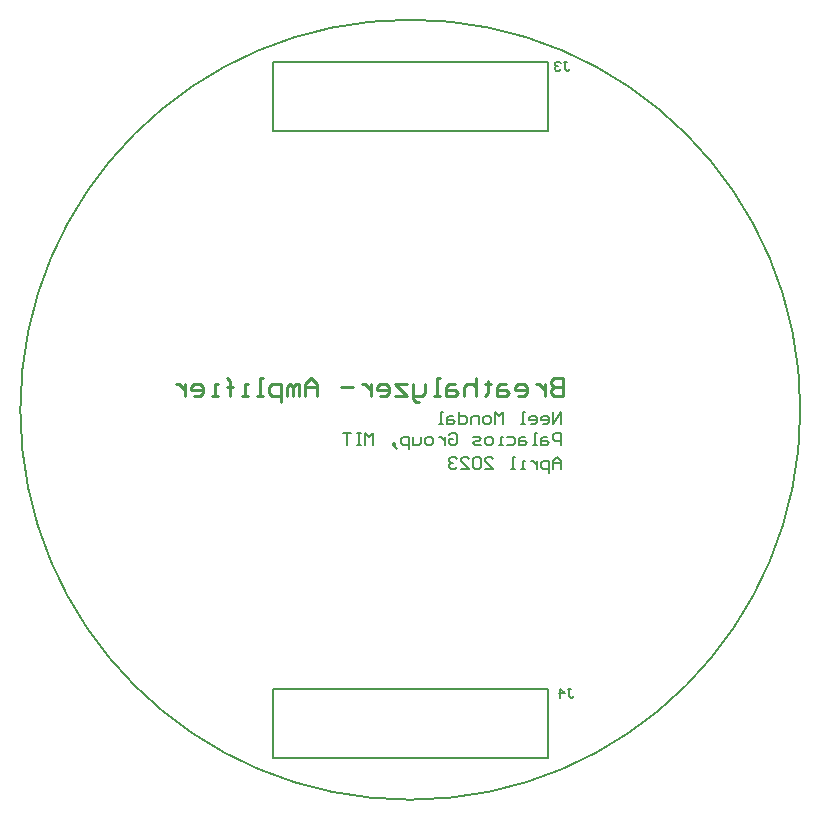
<source format=gbo>
G04*
G04 #@! TF.GenerationSoftware,Altium Limited,Altium Designer,22.3.1 (43)*
G04*
G04 Layer_Color=32896*
%FSLAX25Y25*%
%MOIN*%
G70*
G04*
G04 #@! TF.SameCoordinates,26406105-7067-4880-9C5C-2A59F93044AC*
G04*
G04*
G04 #@! TF.FilePolarity,Positive*
G04*
G01*
G75*
%ADD12C,0.00787*%
%ADD14C,0.00500*%
%ADD15C,0.00700*%
%ADD66C,0.01000*%
%ADD84C,0.00800*%
D12*
X792183Y326680D02*
Y349720D01*
X700617Y326680D02*
X792183D01*
X700617D02*
Y349720D01*
X792183D01*
Y535680D02*
Y558720D01*
X700617Y535680D02*
X792183D01*
X700617D02*
Y558720D01*
X792183D01*
D14*
X876400Y442700D02*
G03*
X876400Y442700I-130000J0D01*
G01*
D15*
X798813Y349644D02*
X799813D01*
X799313D01*
Y347145D01*
X799813Y346645D01*
X800313D01*
X800813Y347145D01*
X796314Y346645D02*
Y349644D01*
X797814Y348145D01*
X795814D01*
X797623Y558644D02*
X798623D01*
X798123D01*
Y556145D01*
X798623Y555645D01*
X799122D01*
X799622Y556145D01*
X796623Y558145D02*
X796123Y558644D01*
X795124D01*
X794624Y558145D01*
Y557645D01*
X795124Y557145D01*
X795623D01*
X795124D01*
X794624Y556645D01*
Y556145D01*
X795124Y555645D01*
X796123D01*
X796623Y556145D01*
D66*
X797308Y453106D02*
Y447108D01*
X794309D01*
X793309Y448108D01*
Y449108D01*
X794309Y450107D01*
X797308D01*
X794309D01*
X793309Y451107D01*
Y452107D01*
X794309Y453106D01*
X797308D01*
X791310Y451107D02*
Y447108D01*
Y449108D01*
X790310Y450107D01*
X789311Y451107D01*
X788311D01*
X782313Y447108D02*
X784312D01*
X785312Y448108D01*
Y450107D01*
X784312Y451107D01*
X782313D01*
X781313Y450107D01*
Y449108D01*
X785312D01*
X778314Y451107D02*
X776315D01*
X775315Y450107D01*
Y447108D01*
X778314D01*
X779314Y448108D01*
X778314Y449108D01*
X775315D01*
X772316Y452107D02*
Y451107D01*
X773316D01*
X771316D01*
X772316D01*
Y448108D01*
X771316Y447108D01*
X768317Y453106D02*
Y447108D01*
Y450107D01*
X767318Y451107D01*
X765318D01*
X764319Y450107D01*
Y447108D01*
X761320Y451107D02*
X759320D01*
X758321Y450107D01*
Y447108D01*
X761320D01*
X762319Y448108D01*
X761320Y449108D01*
X758321D01*
X756321Y447108D02*
X754322D01*
X755322D01*
Y453106D01*
X756321D01*
X751323Y451107D02*
Y448108D01*
X750323Y447108D01*
X747324D01*
Y446109D01*
X748324Y445109D01*
X749324D01*
X747324Y447108D02*
Y451107D01*
X745325D02*
X741326D01*
X745325Y447108D01*
X741326D01*
X736328D02*
X738327D01*
X739327Y448108D01*
Y450107D01*
X738327Y451107D01*
X736328D01*
X735328Y450107D01*
Y449108D01*
X739327D01*
X733329Y451107D02*
Y447108D01*
Y449108D01*
X732329Y450107D01*
X731329Y451107D01*
X730330D01*
X727331Y450107D02*
X723332D01*
X715335Y447108D02*
Y451107D01*
X713335Y453106D01*
X711336Y451107D01*
Y447108D01*
Y450107D01*
X715335D01*
X709337Y447108D02*
Y451107D01*
X708337D01*
X707337Y450107D01*
Y447108D01*
Y450107D01*
X706337Y451107D01*
X705338Y450107D01*
Y447108D01*
X703338Y445109D02*
Y451107D01*
X700339D01*
X699340Y450107D01*
Y448108D01*
X700339Y447108D01*
X703338D01*
X697340D02*
X695341D01*
X696341D01*
Y453106D01*
X697340D01*
X692342Y447108D02*
X690343D01*
X691342D01*
Y451107D01*
X692342D01*
X686344Y447108D02*
Y452107D01*
Y450107D01*
X687344D01*
X685344D01*
X686344D01*
Y452107D01*
X685344Y453106D01*
X682345Y447108D02*
X680346D01*
X681346D01*
Y451107D01*
X682345D01*
X674348Y447108D02*
X676347D01*
X677347Y448108D01*
Y450107D01*
X676347Y451107D01*
X674348D01*
X673348Y450107D01*
Y449108D01*
X677347D01*
X671349Y451107D02*
Y447108D01*
Y449108D01*
X670349Y450107D01*
X669349Y451107D01*
X668350D01*
D84*
X796508Y437790D02*
Y441789D01*
X793842Y437790D01*
Y441789D01*
X790510Y437790D02*
X791843D01*
X792509Y438457D01*
Y439789D01*
X791843Y440456D01*
X790510D01*
X789844Y439789D01*
Y439123D01*
X792509D01*
X786511Y437790D02*
X787844D01*
X788511Y438457D01*
Y439789D01*
X787844Y440456D01*
X786511D01*
X785845Y439789D01*
Y439123D01*
X788511D01*
X784512Y437790D02*
X783179D01*
X783845D01*
Y441789D01*
X784512D01*
X777181Y437790D02*
Y441789D01*
X775848Y440456D01*
X774515Y441789D01*
Y437790D01*
X772516D02*
X771183D01*
X770516Y438457D01*
Y439789D01*
X771183Y440456D01*
X772516D01*
X773182Y439789D01*
Y438457D01*
X772516Y437790D01*
X769183D02*
Y440456D01*
X767184D01*
X766518Y439789D01*
Y437790D01*
X762519Y441789D02*
Y437790D01*
X764518D01*
X765185Y438457D01*
Y439789D01*
X764518Y440456D01*
X762519D01*
X760520D02*
X759187D01*
X758520Y439789D01*
Y437790D01*
X760520D01*
X761186Y438457D01*
X760520Y439123D01*
X758520D01*
X757187Y437790D02*
X755855D01*
X756521D01*
Y441789D01*
X757187D01*
X796508Y431072D02*
Y435070D01*
X794509D01*
X793842Y434404D01*
Y433071D01*
X794509Y432405D01*
X796508D01*
X791843Y433738D02*
X790510D01*
X789844Y433071D01*
Y431072D01*
X791843D01*
X792509Y431738D01*
X791843Y432405D01*
X789844D01*
X788511Y431072D02*
X787178D01*
X787844D01*
Y435070D01*
X788511D01*
X784512Y433738D02*
X783179D01*
X782513Y433071D01*
Y431072D01*
X784512D01*
X785178Y431738D01*
X784512Y432405D01*
X782513D01*
X778514Y433738D02*
X780513D01*
X781180Y433071D01*
Y431738D01*
X780513Y431072D01*
X778514D01*
X777181D02*
X775848D01*
X776514D01*
Y433738D01*
X777181D01*
X773182Y431072D02*
X771849D01*
X771183Y431738D01*
Y433071D01*
X771849Y433738D01*
X773182D01*
X773849Y433071D01*
Y431738D01*
X773182Y431072D01*
X769850D02*
X767851D01*
X767184Y431738D01*
X767851Y432405D01*
X769183D01*
X769850Y433071D01*
X769183Y433738D01*
X767184D01*
X759187Y434404D02*
X759853Y435070D01*
X761186D01*
X761853Y434404D01*
Y431738D01*
X761186Y431072D01*
X759853D01*
X759187Y431738D01*
Y433071D01*
X760520D01*
X757854Y433738D02*
Y431072D01*
Y432405D01*
X757187Y433071D01*
X756521Y433738D01*
X755855D01*
X753189Y431072D02*
X751856D01*
X751189Y431738D01*
Y433071D01*
X751856Y433738D01*
X753189D01*
X753855Y433071D01*
Y431738D01*
X753189Y431072D01*
X749856Y433738D02*
Y431738D01*
X749190Y431072D01*
X747191D01*
Y433738D01*
X745858Y429739D02*
Y433738D01*
X743858D01*
X743192Y433071D01*
Y431738D01*
X743858Y431072D01*
X745858D01*
X741192Y430405D02*
X740526Y431072D01*
Y431738D01*
X741192D01*
Y431072D01*
X740526D01*
X741192Y430405D01*
X741859Y429739D01*
X733862Y431072D02*
Y435070D01*
X732529Y433738D01*
X731196Y435070D01*
Y431072D01*
X729863Y435070D02*
X728530D01*
X729196D01*
Y431072D01*
X729863D01*
X728530D01*
X726531Y435070D02*
X723865D01*
X725198D01*
Y431072D01*
X796508Y423020D02*
Y425686D01*
X795175Y427019D01*
X793842Y425686D01*
Y423020D01*
Y425020D01*
X796508D01*
X792509Y421688D02*
Y425686D01*
X790510D01*
X789844Y425020D01*
Y423687D01*
X790510Y423020D01*
X792509D01*
X788511Y425686D02*
Y423020D01*
Y424353D01*
X787844Y425020D01*
X787178Y425686D01*
X786511D01*
X784512Y423020D02*
X783179D01*
X783845D01*
Y425686D01*
X784512D01*
X781180Y423020D02*
X779847D01*
X780513D01*
Y427019D01*
X781180D01*
X771183Y423020D02*
X773849D01*
X771183Y425686D01*
Y426353D01*
X771849Y427019D01*
X773182D01*
X773849Y426353D01*
X769850D02*
X769183Y427019D01*
X767851D01*
X767184Y426353D01*
Y423687D01*
X767851Y423020D01*
X769183D01*
X769850Y423687D01*
Y426353D01*
X763186Y423020D02*
X765851D01*
X763186Y425686D01*
Y426353D01*
X763852Y427019D01*
X765185D01*
X765851Y426353D01*
X761853D02*
X761186Y427019D01*
X759853D01*
X759187Y426353D01*
Y425686D01*
X759853Y425020D01*
X760520D01*
X759853D01*
X759187Y424353D01*
Y423687D01*
X759853Y423020D01*
X761186D01*
X761853Y423687D01*
M02*

</source>
